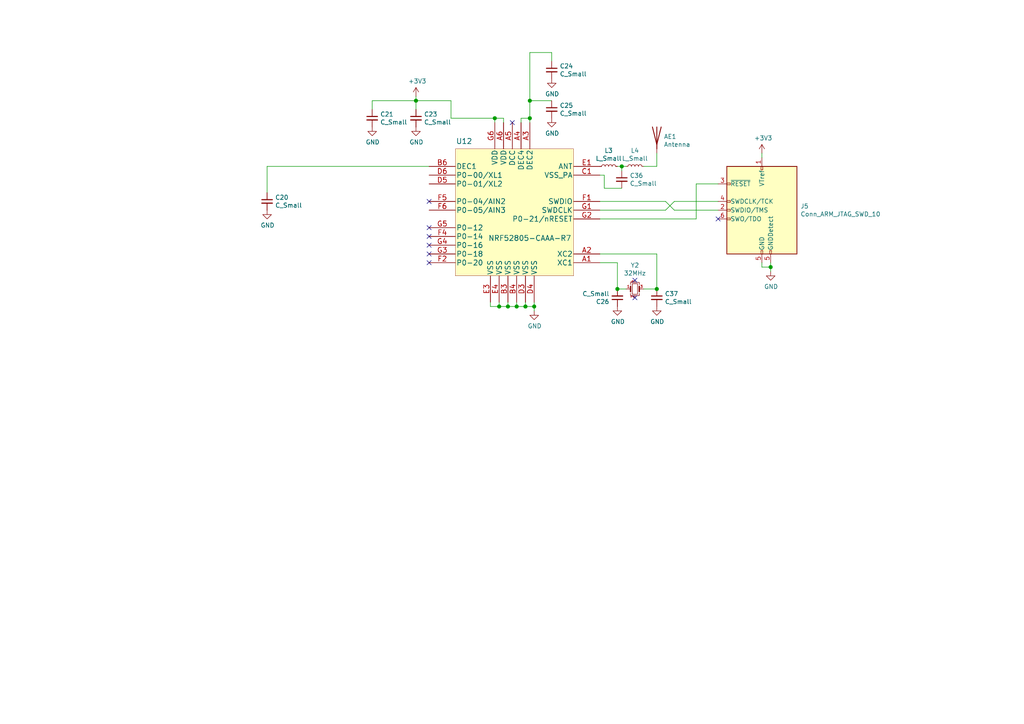
<source format=kicad_sch>
(kicad_sch (version 20210126) (generator eeschema)
  (paper "A4")
  (lib_symbols
    (symbol "Device:Antenna" (pin_numbers hide) (pin_names (offset 1.016) hide)
      (property "Reference" "AE" (at -1.905 1.905 0))
      (property "Value" "Antenna" (at -1.905 0 0))
      (symbol "Antenna_0_1"
        (polyline (pts (xy 0 2.54) (xy 0 -3.81)) (stroke (width 0.254)))
        (polyline (pts (xy 1.27 2.54) (xy 0 -2.54) (xy -1.27 2.54)) (stroke (width 0.254)))
      )
      (symbol "Antenna_1_1"
        (pin input line (at 0 -5.08 90) (length 2.54) (name "A") (number "1"))
      )
    )
    (symbol "Device:C_Small" (pin_numbers hide) (pin_names (offset 0.254) hide)
      (property "Reference" "C" (at 0.254 1.778 0))
      (property "Value" "C_Small" (at 0.254 -2.032 0))
      (symbol "C_Small_0_1"
        (polyline (pts (xy -1.524 -0.508) (xy 1.524 -0.508)) (stroke (width 0.3302)))
        (polyline (pts (xy -1.524 0.508) (xy 1.524 0.508)) (stroke (width 0.3048)))
      )
      (symbol "C_Small_1_1"
        (pin passive line (at 0 2.54 270) (length 2.032) (name "~") (number "1"))
        (pin passive line (at 0 -2.54 90) (length 2.032) (name "~") (number "2"))
      )
    )
    (symbol "Device:Crystal_GND24_Small" (pin_names (offset 1.016) hide)
      (property "Reference" "Y" (at 1.27 4.445 0))
      (property "Value" "Crystal_GND24_Small" (at 1.27 2.54 0))
      (symbol "Crystal_GND24_Small_0_1"
        (rectangle (start -0.762 -1.524) (end 0.762 1.524))
        (polyline (pts (xy -1.27 -0.762) (xy -1.27 0.762)) (stroke (width 0.381)))
        (polyline (pts (xy 1.27 -0.762) (xy 1.27 0.762)) (stroke (width 0.381)))
        (polyline (pts (xy -1.27 -1.27) (xy -1.27 -1.905) (xy 1.27 -1.905) (xy 1.27 -1.27)))
        (polyline (pts (xy -1.27 1.27) (xy -1.27 1.905) (xy 1.27 1.905) (xy 1.27 1.27)))
      )
      (symbol "Crystal_GND24_Small_1_1"
        (pin passive line (at -2.54 0 0) (length 1.27) (name "1") (number "1"))
        (pin passive line (at 0 -2.54 90) (length 0.635) (name "2") (number "2"))
        (pin passive line (at 2.54 0 180) (length 1.27) (name "3") (number "3"))
        (pin passive line (at 0 2.54 270) (length 0.635) (name "4") (number "4"))
      )
    )
    (symbol "Device:L_Small" (pin_numbers hide) (pin_names (offset 0.254) hide)
      (property "Reference" "L" (at 0.762 1.016 0))
      (property "Value" "L_Small" (at 0.762 -1.016 0))
      (symbol "L_Small_0_1"
        (arc (start 0 -2.032) (end 0 -1.016) (radius (at 0 -1.524) (length 0.508) (angles -89.9 89.9)))
        (arc (start 0 -1.016) (end 0 0) (radius (at 0 -0.508) (length 0.508) (angles -89.9 89.9)))
        (arc (start 0 0) (end 0 1.016) (radius (at 0 0.508) (length 0.508) (angles -89.9 89.9)))
        (arc (start 0 1.016) (end 0 2.032) (radius (at 0 1.524) (length 0.508) (angles -89.9 89.9)))
      )
      (symbol "L_Small_1_1"
        (pin passive line (at 0 2.54 270) (length 0.508) (name "~") (number "1"))
        (pin passive line (at 0 -2.54 90) (length 0.508) (name "~") (number "2"))
      )
    )
    (symbol "NRF52805:NRF52805-CAAA-R7" (pin_names (offset 0.254))
      (property "Reference" "U" (at 0 54.61 0))
      (property "Value" "NRF52805-CAAA-R7" (at 0 52.07 0))
      (symbol "NRF52805-CAAA-R7_0_1"
        (rectangle (start -16.51 24.13) (end 17.78 -12.7) (stroke (width 0.001)) (fill (type background)))
      )
      (symbol "NRF52805-CAAA-R7_1_1"
        (pin input line (at 25.4 -8.89 180) (length 7.62) (name "XC1") (number "A1"))
        (pin input line (at 25.4 -6.35 180) (length 7.62) (name "XC2") (number "A2"))
        (pin power_in line (at 5.08 31.75 270) (length 7.62) (name "DEC2") (number "A3"))
        (pin power_in line (at 2.54 31.75 270) (length 7.62) (name "DEC4") (number "A4"))
        (pin power_in line (at 0 31.75 270) (length 7.62) (name "DCC") (number "A5"))
        (pin power_in line (at -2.54 31.75 270) (length 7.62) (name "VDD") (number "A6"))
        (pin power_in line (at -1.27 -20.32 90) (length 7.62) (name "VSS") (number "B3"))
        (pin power_in line (at 1.27 -20.32 90) (length 7.62) (name "VSS") (number "B4"))
        (pin bidirectional line (at -24.13 19.05 0) (length 7.62) (name "DEC1") (number "B6"))
        (pin power_in line (at 25.4 16.51 180) (length 7.62) (name "VSS_PA") (number "C1"))
        (pin power_in line (at 3.81 -20.32 90) (length 7.62) (name "VSS") (number "D3"))
        (pin power_in line (at 6.35 -20.32 90) (length 7.62) (name "VSS") (number "D4"))
        (pin bidirectional line (at -24.13 13.97 0) (length 7.62) (name "P0-01/XL2") (number "D5"))
        (pin bidirectional line (at -24.13 16.51 0) (length 7.62) (name "P0-00/XL1") (number "D6"))
        (pin unspecified line (at 25.4 19.05 180) (length 7.62) (name "ANT") (number "E1"))
        (pin power_in line (at -6.35 -20.32 90) (length 7.62) (name "VSS") (number "E3"))
        (pin power_in line (at -3.81 -20.32 90) (length 7.62) (name "VSS") (number "E4"))
        (pin bidirectional line (at 25.4 8.89 180) (length 7.62) (name "SWDIO") (number "F1"))
        (pin bidirectional line (at -24.13 -8.89 0) (length 7.62) (name "P0-20") (number "F2"))
        (pin bidirectional line (at -24.13 -1.27 0) (length 7.62) (name "P0-14") (number "F4"))
        (pin bidirectional line (at -24.13 8.89 0) (length 7.62) (name "P0-04/AIN2") (number "F5"))
        (pin bidirectional line (at -24.13 6.35 0) (length 7.62) (name "P0-05/AIN3") (number "F6"))
        (pin bidirectional line (at 25.4 6.35 180) (length 7.62) (name "SWDCLK") (number "G1"))
        (pin bidirectional line (at 25.4 3.81 180) (length 7.62) (name "P0-21/nRESET") (number "G2"))
        (pin bidirectional line (at -24.13 -6.35 0) (length 7.62) (name "P0-18") (number "G3"))
        (pin bidirectional line (at -24.13 -3.81 0) (length 7.62) (name "P0-16") (number "G4"))
        (pin bidirectional line (at -24.13 1.27 0) (length 7.62) (name "P0-12") (number "G5"))
        (pin power_in line (at -5.08 31.75 270) (length 7.62) (name "VDD") (number "G6"))
      )
    )
    (symbol "power:+3V3" (power) (pin_names (offset 0))
      (property "Value" "+3V3" (at 0 3.556 0))
      (symbol "+3V3_0_1"
        (polyline (pts (xy -0.762 1.27) (xy 0 2.54)))
        (polyline (pts (xy 0 0) (xy 0 2.54)))
        (polyline (pts (xy 0 2.54) (xy 0.762 1.27)))
      )
      (symbol "+3V3_1_1"
        (pin power_in line (at 0 0 90) (length 0) hide (name "+3V3") (number "1"))
      )
    )
    (symbol "power:GND" (power) (pin_names (offset 0))
      (property "Value" "GND" (at 0 -3.81 0))
      (symbol "GND_0_1"
        (polyline (pts (xy 0 0) (xy 0 -1.27) (xy 1.27 -1.27) (xy 0 -2.54) (xy -1.27 -1.27) (xy 0 -1.27)))
      )
      (symbol "GND_1_1"
        (pin power_in line (at 0 0 270) (length 0) hide (name "GND") (number "1"))
      )
    )
    (symbol "synermycha-electronics:Conn_ARM_JTAG_SWD_10" (pin_names (offset 1.016))
      (property "Reference" "J" (at -2.54 16.51 0))
      (property "Value" "Conn_ARM_JTAG_SWD_10" (at -2.54 13.97 0))
      (symbol "Conn_ARM_JTAG_SWD_10_0_1"
        (rectangle (start -2.794 -12.7) (end -2.286 -11.684))
        (rectangle (start -0.254 -12.7) (end 0.254 -11.684))
        (rectangle (start -0.254 12.7) (end 0.254 11.684))
        (rectangle (start 9.144 2.286) (end 10.16 2.794))
        (rectangle (start 10.16 -2.794) (end 9.144 -2.286))
        (rectangle (start 10.16 -0.254) (end 9.144 0.254))
        (rectangle (start 10.16 7.874) (end 9.144 7.366))
        (rectangle (start -10.16 12.7) (end 10.16 -12.7) (stroke (width 0.254)) (fill (type background)))
      )
      (symbol "Conn_ARM_JTAG_SWD_10_1_1"
        (pin power_in line (at 0 15.24 270) (length 2.54) (name "VTref") (number "1"))
        (pin bidirectional line (at 12.7 0 180) (length 2.54) (name "SWDIO/TMS") (number "2"))
        (pin open_collector line (at 12.7 7.62 180) (length 2.54) (name "~RESET~") (number "3"))
        (pin output line (at 12.7 2.54 180) (length 2.54) (name "SWDCLK/TCK") (number "4"))
        (pin power_in line (at 0 -15.24 90) (length 2.54) (name "GND") (number "5"))
        (pin passive line (at 2.54 -15.24 90) (length 2.54) hide (name "GND") (number "5"))
        (pin passive line (at -2.54 -15.24 90) (length 2.54) (name "GNDDetect") (number "5"))
        (pin input line (at 12.7 -2.54 180) (length 2.54) (name "SWO/TDO") (number "6"))
      )
    )
  )
  (junction (at 120.65 29.21) (diameter 1.016))
  (junction (at 143.51 34.29) (diameter 1.016))
  (junction (at 144.78 88.9) (diameter 1.016))
  (junction (at 147.32 88.9) (diameter 1.016))
  (junction (at 149.86 88.9) (diameter 1.016))
  (junction (at 152.4 88.9) (diameter 1.016))
  (junction (at 153.67 29.21) (diameter 1.016))
  (junction (at 153.67 34.29) (diameter 1.016))
  (junction (at 154.94 88.9) (diameter 1.016))
  (junction (at 179.07 83.82) (diameter 1.016))
  (junction (at 180.34 48.26) (diameter 1.016))
  (junction (at 190.5 83.82) (diameter 1.016))
  (junction (at 223.52 77.47) (diameter 1.016))
  (no_connect (at 124.46 58.42))
  (no_connect (at 124.46 66.04))
  (no_connect (at 124.46 68.58))
  (no_connect (at 124.46 71.12))
  (no_connect (at 124.46 73.66))
  (no_connect (at 124.46 76.2))
  (no_connect (at 148.59 35.56))
  (no_connect (at 184.15 81.28))
  (no_connect (at 184.15 86.36))
  (no_connect (at 208.28 63.5))
  (wire (pts (xy 77.47 48.26) (xy 77.47 55.88)))
  (wire (pts (xy 77.47 48.26) (xy 124.46 48.26)))
  (wire (pts (xy 107.95 29.21) (xy 107.95 31.75)))
  (wire (pts (xy 120.65 27.94) (xy 120.65 29.21)))
  (wire (pts (xy 120.65 29.21) (xy 107.95 29.21)))
  (wire (pts (xy 120.65 29.21) (xy 120.65 31.75)))
  (wire (pts (xy 130.81 29.21) (xy 120.65 29.21)))
  (wire (pts (xy 130.81 29.21) (xy 130.81 34.29)))
  (wire (pts (xy 130.81 34.29) (xy 143.51 34.29)))
  (wire (pts (xy 142.24 87.63) (xy 142.24 88.9)))
  (wire (pts (xy 142.24 88.9) (xy 144.78 88.9)))
  (wire (pts (xy 143.51 34.29) (xy 143.51 35.56)))
  (wire (pts (xy 144.78 87.63) (xy 144.78 88.9)))
  (wire (pts (xy 144.78 88.9) (xy 147.32 88.9)))
  (wire (pts (xy 146.05 34.29) (xy 143.51 34.29)))
  (wire (pts (xy 146.05 35.56) (xy 146.05 34.29)))
  (wire (pts (xy 147.32 87.63) (xy 147.32 88.9)))
  (wire (pts (xy 147.32 88.9) (xy 149.86 88.9)))
  (wire (pts (xy 149.86 87.63) (xy 149.86 88.9)))
  (wire (pts (xy 149.86 88.9) (xy 152.4 88.9)))
  (wire (pts (xy 151.13 34.29) (xy 153.67 34.29)))
  (wire (pts (xy 151.13 35.56) (xy 151.13 34.29)))
  (wire (pts (xy 152.4 87.63) (xy 152.4 88.9)))
  (wire (pts (xy 152.4 88.9) (xy 154.94 88.9)))
  (wire (pts (xy 153.67 15.24) (xy 153.67 29.21)))
  (wire (pts (xy 153.67 15.24) (xy 160.02 15.24)))
  (wire (pts (xy 153.67 29.21) (xy 160.02 29.21)))
  (wire (pts (xy 153.67 34.29) (xy 153.67 29.21)))
  (wire (pts (xy 153.67 34.29) (xy 153.67 35.56)))
  (wire (pts (xy 154.94 87.63) (xy 154.94 88.9)))
  (wire (pts (xy 154.94 88.9) (xy 154.94 90.17)))
  (wire (pts (xy 160.02 15.24) (xy 160.02 17.78)))
  (wire (pts (xy 173.99 50.8) (xy 175.26 50.8)))
  (wire (pts (xy 173.99 58.42) (xy 193.04 58.42)))
  (wire (pts (xy 173.99 60.96) (xy 193.04 60.96)))
  (wire (pts (xy 173.99 73.66) (xy 190.5 73.66)))
  (wire (pts (xy 173.99 76.2) (xy 179.07 76.2)))
  (wire (pts (xy 175.26 54.61) (xy 175.26 50.8)))
  (wire (pts (xy 179.07 48.26) (xy 180.34 48.26)))
  (wire (pts (xy 179.07 76.2) (xy 179.07 83.82)))
  (wire (pts (xy 179.07 83.82) (xy 181.61 83.82)))
  (wire (pts (xy 180.34 48.26) (xy 180.34 49.53)))
  (wire (pts (xy 180.34 48.26) (xy 181.61 48.26)))
  (wire (pts (xy 180.34 54.61) (xy 175.26 54.61)))
  (wire (pts (xy 186.69 48.26) (xy 190.5 48.26)))
  (wire (pts (xy 190.5 44.45) (xy 190.5 48.26)))
  (wire (pts (xy 190.5 73.66) (xy 190.5 83.82)))
  (wire (pts (xy 190.5 83.82) (xy 186.69 83.82)))
  (wire (pts (xy 193.04 58.42) (xy 195.58 60.96)))
  (wire (pts (xy 193.04 60.96) (xy 195.58 58.42)))
  (wire (pts (xy 195.58 58.42) (xy 208.28 58.42)))
  (wire (pts (xy 195.58 60.96) (xy 208.28 60.96)))
  (wire (pts (xy 201.93 53.34) (xy 201.93 63.5)))
  (wire (pts (xy 201.93 63.5) (xy 173.99 63.5)))
  (wire (pts (xy 208.28 53.34) (xy 201.93 53.34)))
  (wire (pts (xy 220.98 44.45) (xy 220.98 45.72)))
  (wire (pts (xy 220.98 76.2) (xy 220.98 77.47)))
  (wire (pts (xy 220.98 77.47) (xy 223.52 77.47)))
  (wire (pts (xy 223.52 77.47) (xy 223.52 76.2)))
  (wire (pts (xy 223.52 78.74) (xy 223.52 77.47)))
  (symbol (lib_id "Device:L_Small") (at 176.53 48.26 90) (unit 1)
    (property "Reference" "L3" (at 176.53 43.6688 90))
    (property "Value" "L_Small" (at 176.53 45.9675 90))
    (property "Footprint" "Inductor_SMD:L_0201_0603Metric" (effects hide))
  )
  (symbol (lib_id "Device:L_Small") (at 184.15 48.26 90) (unit 1)
    (property "Reference" "L4" (at 184.15 43.6688 90))
    (property "Value" "L_Small" (at 184.15 45.9675 90))
    (property "Footprint" "Inductor_SMD:L_0201_0603Metric" (effects hide))
  )
  (symbol (lib_id "power:+3V3") (at 120.65 27.94 0) (unit 1)
    (property "Reference" "#PWR0175" (effects hide))
    (property "Value" "+3V3" (at 121.031 23.5458 0))
  )
  (symbol (lib_id "power:+3V3") (at 220.98 44.45 0) (unit 1)
    (property "Reference" "#PWR0184" (effects hide))
    (property "Value" "+3V3" (at 221.361 40.0558 0))
  )
  (symbol (lib_id "power:GND") (at 77.47 60.96 0) (unit 1)
    (property "Reference" "#PWR0176" (effects hide))
    (property "Value" "GND" (at 77.597 65.3542 0))
  )
  (symbol (lib_id "power:GND") (at 107.95 36.83 0) (unit 1)
    (property "Reference" "#PWR0147" (effects hide))
    (property "Value" "GND" (at 108.077 41.2242 0))
  )
  (symbol (lib_id "power:GND") (at 120.65 36.83 0) (unit 1)
    (property "Reference" "#PWR0174" (effects hide))
    (property "Value" "GND" (at 120.777 41.2242 0))
  )
  (symbol (lib_id "power:GND") (at 154.94 90.17 0) (unit 1)
    (property "Reference" "#PWR0177" (effects hide))
    (property "Value" "GND" (at 155.067 94.5642 0))
  )
  (symbol (lib_id "power:GND") (at 160.02 22.86 0) (unit 1)
    (property "Reference" "#PWR0146" (effects hide))
    (property "Value" "GND" (at 160.147 27.2542 0))
  )
  (symbol (lib_id "power:GND") (at 160.02 34.29 0) (unit 1)
    (property "Reference" "#PWR0145" (effects hide))
    (property "Value" "GND" (at 160.147 38.6842 0))
  )
  (symbol (lib_id "power:GND") (at 179.07 88.9 0) (unit 1)
    (property "Reference" "#PWR0178" (effects hide))
    (property "Value" "GND" (at 179.197 93.2942 0))
  )
  (symbol (lib_id "power:GND") (at 190.5 88.9 0) (unit 1)
    (property "Reference" "#PWR0179" (effects hide))
    (property "Value" "GND" (at 190.627 93.2942 0))
  )
  (symbol (lib_id "power:GND") (at 223.52 78.74 0) (unit 1)
    (property "Reference" "#PWR0180" (effects hide))
    (property "Value" "GND" (at 223.647 83.1342 0))
  )
  (symbol (lib_id "Device:C_Small") (at 77.47 58.42 0) (unit 1)
    (property "Reference" "C20" (at 79.7942 57.2706 0) (effects (justify left)))
    (property "Value" "C_Small" (at 79.7942 59.5693 0) (effects (justify left)))
    (property "Footprint" "Capacitor_SMD:C_0201_0603Metric" (effects hide))
  )
  (symbol (lib_id "Device:C_Small") (at 107.95 34.29 0) (unit 1)
    (property "Reference" "C21" (at 110.2742 33.1406 0) (effects (justify left)))
    (property "Value" "C_Small" (at 110.2742 35.4393 0) (effects (justify left)))
    (property "Footprint" "Capacitor_SMD:C_0201_0603Metric" (effects hide))
  )
  (symbol (lib_id "Device:C_Small") (at 120.65 34.29 0) (unit 1)
    (property "Reference" "C23" (at 122.9742 33.1406 0) (effects (justify left)))
    (property "Value" "C_Small" (at 122.9742 35.4393 0) (effects (justify left)))
    (property "Footprint" "Capacitor_SMD:C_0402_1005Metric" (effects hide))
  )
  (symbol (lib_id "Device:C_Small") (at 160.02 20.32 0) (unit 1)
    (property "Reference" "C24" (at 162.3442 19.1706 0) (effects (justify left)))
    (property "Value" "C_Small" (at 162.3442 21.4693 0) (effects (justify left)))
    (property "Footprint" "Capacitor_SMD:C_0402_1005Metric" (effects hide))
  )
  (symbol (lib_id "Device:C_Small") (at 160.02 31.75 0) (unit 1)
    (property "Reference" "C25" (at 162.3442 30.6006 0) (effects (justify left)))
    (property "Value" "C_Small" (at 162.3442 32.8993 0) (effects (justify left)))
    (property "Footprint" "Capacitor_SMD:C_0201_0603Metric" (effects hide))
  )
  (symbol (lib_id "Device:C_Small") (at 179.07 86.36 180) (unit 1)
    (property "Reference" "C26" (at 176.7458 87.5094 0) (effects (justify left)))
    (property "Value" "C_Small" (at 176.7458 85.2107 0) (effects (justify left)))
    (property "Footprint" "Capacitor_SMD:C_0201_0603Metric" (effects hide))
  )
  (symbol (lib_id "Device:C_Small") (at 180.34 52.07 0) (unit 1)
    (property "Reference" "C36" (at 182.6642 50.9206 0) (effects (justify left)))
    (property "Value" "C_Small" (at 182.6642 53.2193 0) (effects (justify left)))
    (property "Footprint" "Capacitor_SMD:C_0201_0603Metric" (effects hide))
  )
  (symbol (lib_id "Device:C_Small") (at 190.5 86.36 0) (unit 1)
    (property "Reference" "C37" (at 192.8242 85.2106 0) (effects (justify left)))
    (property "Value" "C_Small" (at 192.8242 87.5093 0) (effects (justify left)))
    (property "Footprint" "Capacitor_SMD:C_0201_0603Metric" (effects hide))
  )
  (symbol (lib_id "Device:Antenna") (at 190.5 39.37 0) (unit 1)
    (property "Reference" "AE1" (at 192.5321 39.6176 0) (effects (justify left)))
    (property "Value" "Antenna" (at 192.5321 41.9163 0) (effects (justify left)))
    (property "Footprint" "RF_Antenna:Johanson_2450AT18x100" (effects hide))
  )
  (symbol (lib_id "Device:Crystal_GND24_Small") (at 184.15 83.82 0) (unit 1)
    (property "Reference" "Y2" (at 184.15 76.9428 0))
    (property "Value" "32MHz" (at 184.15 79.241 0))
    (property "Footprint" "Crystal:Crystal_SMD_2016-4Pin_2.0x1.6mm" (effects hide))
  )
  (symbol (lib_id "synermycha-electronics:Conn_ARM_JTAG_SWD_10") (at 220.98 60.96 0) (mirror y) (unit 1)
    (property "Reference" "J5" (at 232.1561 59.8106 0) (effects (justify right)))
    (property "Value" "Conn_ARM_JTAG_SWD_10" (at 232.1561 62.1093 0) (effects (justify right)))
    (property "Footprint" "Connector:Tag-Connect_TC2030-IDC-NL_2x03_P1.27mm_Vertical" (effects hide))
    (property "Datasheet" "http://infocenter.arm.com/help/topic/com.arm.doc.ddi0314h/DDI0314H_coresight_components_trm.pdf" (effects hide))
  )
  (symbol (lib_id "NRF52805:NRF52805-CAAA-R7") (at 148.59 67.31 0) (unit 1)
    (property "Reference" "U12" (at 134.62 40.96 0) (effects (font (size 1.524 1.524))))
    (property "Value" "NRF52805-CAAA-R7" (at 153.67 69.0676 0) (effects (font (size 1.524 1.524))))
    (property "Footprint" "footprints:NRF52805-CAAA-R7" (effects hide))
  )
)
</source>
